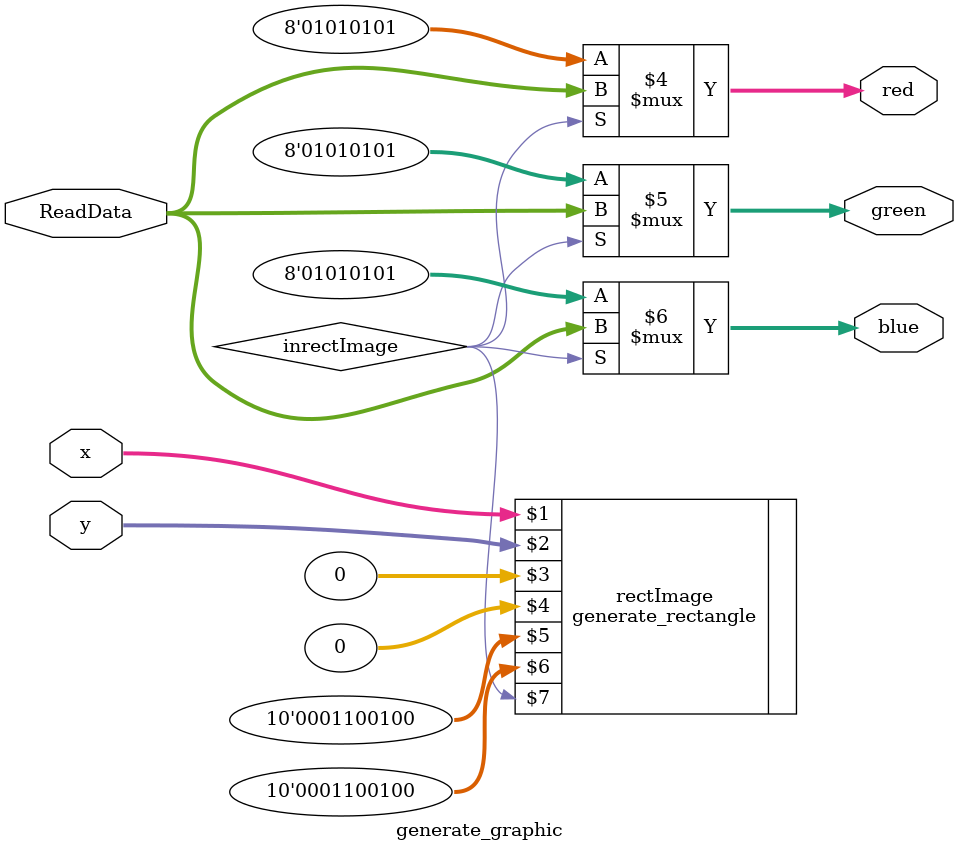
<source format=sv>
module generate_graphic (
  input logic [9:0] x, y,
  input logic [7:0] ReadData,
  output logic [7:0] red, green, blue
);

  logic inrectBGLeft;
  logic inrectBGRight;
  logic inrectImage;
	 
  
  generate_rectangle rectImage(x, y, 0, 0, 10'd100, 10'd100, inrectImage);
  
  always_comb begin
    red   = (inrectImage ? ReadData : 8'b01010101);
    green = (inrectImage ? ReadData : 8'b01010101);
    blue  = (inrectImage ? ReadData : 8'b01010101);
  end

endmodule
</source>
